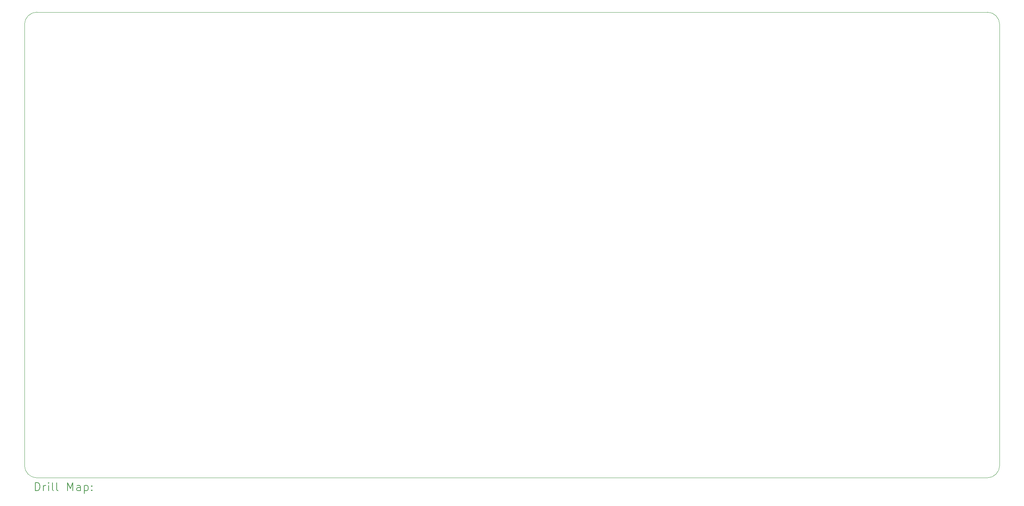
<source format=gbr>
%TF.GenerationSoftware,KiCad,Pcbnew,8.0.3*%
%TF.CreationDate,2024-07-10T09:14:41+07:00*%
%TF.ProjectId,probe,70726f62-652e-46b6-9963-61645f706362,rev?*%
%TF.SameCoordinates,Original*%
%TF.FileFunction,Drillmap*%
%TF.FilePolarity,Positive*%
%FSLAX45Y45*%
G04 Gerber Fmt 4.5, Leading zero omitted, Abs format (unit mm)*
G04 Created by KiCad (PCBNEW 8.0.3) date 2024-07-10 09:14:41*
%MOMM*%
%LPD*%
G01*
G04 APERTURE LIST*
%ADD10C,0.050000*%
%ADD11C,0.200000*%
G04 APERTURE END LIST*
D10*
X14950000Y-13600000D02*
X37950000Y-13600000D01*
X14650000Y-24575000D02*
X14650000Y-13900000D01*
X38250000Y-13900000D02*
X38250000Y-24575000D01*
X37950000Y-24875000D02*
X14950000Y-24875000D01*
X37950000Y-13600000D02*
G75*
G02*
X38250000Y-13900000I0J-300000D01*
G01*
X14650000Y-13900000D02*
G75*
G02*
X14950000Y-13600000I300000J0D01*
G01*
X14950000Y-24875000D02*
G75*
G02*
X14650000Y-24575000I0J300000D01*
G01*
X38250000Y-24575000D02*
G75*
G02*
X37950000Y-24875000I-300000J0D01*
G01*
D11*
X14908277Y-25188984D02*
X14908277Y-24988984D01*
X14908277Y-24988984D02*
X14955896Y-24988984D01*
X14955896Y-24988984D02*
X14984467Y-24998508D01*
X14984467Y-24998508D02*
X15003515Y-25017555D01*
X15003515Y-25017555D02*
X15013039Y-25036603D01*
X15013039Y-25036603D02*
X15022562Y-25074698D01*
X15022562Y-25074698D02*
X15022562Y-25103269D01*
X15022562Y-25103269D02*
X15013039Y-25141365D01*
X15013039Y-25141365D02*
X15003515Y-25160412D01*
X15003515Y-25160412D02*
X14984467Y-25179460D01*
X14984467Y-25179460D02*
X14955896Y-25188984D01*
X14955896Y-25188984D02*
X14908277Y-25188984D01*
X15108277Y-25188984D02*
X15108277Y-25055650D01*
X15108277Y-25093746D02*
X15117801Y-25074698D01*
X15117801Y-25074698D02*
X15127324Y-25065174D01*
X15127324Y-25065174D02*
X15146372Y-25055650D01*
X15146372Y-25055650D02*
X15165420Y-25055650D01*
X15232086Y-25188984D02*
X15232086Y-25055650D01*
X15232086Y-24988984D02*
X15222562Y-24998508D01*
X15222562Y-24998508D02*
X15232086Y-25008031D01*
X15232086Y-25008031D02*
X15241610Y-24998508D01*
X15241610Y-24998508D02*
X15232086Y-24988984D01*
X15232086Y-24988984D02*
X15232086Y-25008031D01*
X15355896Y-25188984D02*
X15336848Y-25179460D01*
X15336848Y-25179460D02*
X15327324Y-25160412D01*
X15327324Y-25160412D02*
X15327324Y-24988984D01*
X15460658Y-25188984D02*
X15441610Y-25179460D01*
X15441610Y-25179460D02*
X15432086Y-25160412D01*
X15432086Y-25160412D02*
X15432086Y-24988984D01*
X15689229Y-25188984D02*
X15689229Y-24988984D01*
X15689229Y-24988984D02*
X15755896Y-25131841D01*
X15755896Y-25131841D02*
X15822562Y-24988984D01*
X15822562Y-24988984D02*
X15822562Y-25188984D01*
X16003515Y-25188984D02*
X16003515Y-25084222D01*
X16003515Y-25084222D02*
X15993991Y-25065174D01*
X15993991Y-25065174D02*
X15974943Y-25055650D01*
X15974943Y-25055650D02*
X15936848Y-25055650D01*
X15936848Y-25055650D02*
X15917801Y-25065174D01*
X16003515Y-25179460D02*
X15984467Y-25188984D01*
X15984467Y-25188984D02*
X15936848Y-25188984D01*
X15936848Y-25188984D02*
X15917801Y-25179460D01*
X15917801Y-25179460D02*
X15908277Y-25160412D01*
X15908277Y-25160412D02*
X15908277Y-25141365D01*
X15908277Y-25141365D02*
X15917801Y-25122317D01*
X15917801Y-25122317D02*
X15936848Y-25112793D01*
X15936848Y-25112793D02*
X15984467Y-25112793D01*
X15984467Y-25112793D02*
X16003515Y-25103269D01*
X16098753Y-25055650D02*
X16098753Y-25255650D01*
X16098753Y-25065174D02*
X16117801Y-25055650D01*
X16117801Y-25055650D02*
X16155896Y-25055650D01*
X16155896Y-25055650D02*
X16174943Y-25065174D01*
X16174943Y-25065174D02*
X16184467Y-25074698D01*
X16184467Y-25074698D02*
X16193991Y-25093746D01*
X16193991Y-25093746D02*
X16193991Y-25150888D01*
X16193991Y-25150888D02*
X16184467Y-25169936D01*
X16184467Y-25169936D02*
X16174943Y-25179460D01*
X16174943Y-25179460D02*
X16155896Y-25188984D01*
X16155896Y-25188984D02*
X16117801Y-25188984D01*
X16117801Y-25188984D02*
X16098753Y-25179460D01*
X16279705Y-25169936D02*
X16289229Y-25179460D01*
X16289229Y-25179460D02*
X16279705Y-25188984D01*
X16279705Y-25188984D02*
X16270182Y-25179460D01*
X16270182Y-25179460D02*
X16279705Y-25169936D01*
X16279705Y-25169936D02*
X16279705Y-25188984D01*
X16279705Y-25065174D02*
X16289229Y-25074698D01*
X16289229Y-25074698D02*
X16279705Y-25084222D01*
X16279705Y-25084222D02*
X16270182Y-25074698D01*
X16270182Y-25074698D02*
X16279705Y-25065174D01*
X16279705Y-25065174D02*
X16279705Y-25084222D01*
M02*

</source>
